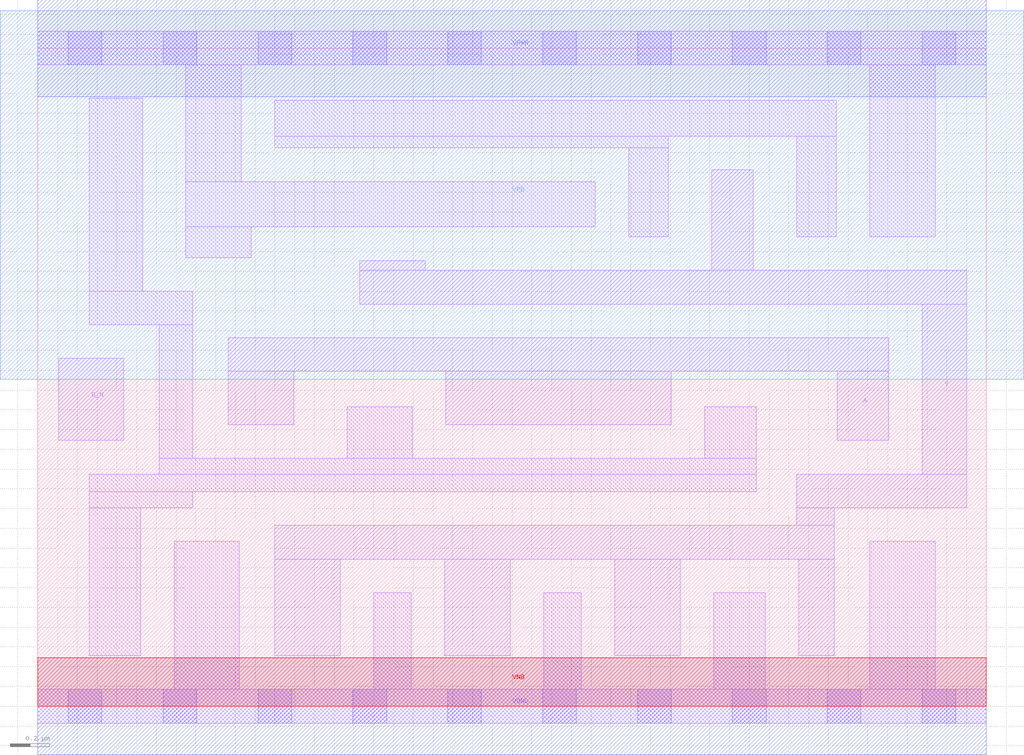
<source format=lef>
# Copyright 2020 The SkyWater PDK Authors
#
# Licensed under the Apache License, Version 2.0 (the "License");
# you may not use this file except in compliance with the License.
# You may obtain a copy of the License at
#
#     https://www.apache.org/licenses/LICENSE-2.0
#
# Unless required by applicable law or agreed to in writing, software
# distributed under the License is distributed on an "AS IS" BASIS,
# WITHOUT WARRANTIES OR CONDITIONS OF ANY KIND, either express or implied.
# See the License for the specific language governing permissions and
# limitations under the License.
#
# SPDX-License-Identifier: Apache-2.0

VERSION 5.7 ;
  NOWIREEXTENSIONATPIN ON ;
  DIVIDERCHAR "/" ;
  BUSBITCHARS "[]" ;
MACRO sky130_fd_sc_lp__nor2b_4
  CLASS CORE ;
  FOREIGN sky130_fd_sc_lp__nor2b_4 ;
  ORIGIN  0.000000  0.000000 ;
  SIZE  4.800000 BY  3.330000 ;
  SYMMETRY X Y R90 ;
  SITE unit ;
  PIN A
    ANTENNAGATEAREA  1.260000 ;
    DIRECTION INPUT ;
    USE SIGNAL ;
    PORT
      LAYER li1 ;
        RECT 0.965000 1.425000 1.295000 1.695000 ;
        RECT 0.965000 1.695000 4.305000 1.865000 ;
        RECT 2.065000 1.425000 3.205000 1.695000 ;
        RECT 4.045000 1.345000 4.305000 1.695000 ;
    END
  END A
  PIN B_N
    ANTENNAGATEAREA  0.315000 ;
    DIRECTION INPUT ;
    USE SIGNAL ;
    PORT
      LAYER li1 ;
        RECT 0.105000 1.345000 0.435000 1.760000 ;
    END
  END B_N
  PIN Y
    ANTENNADIFFAREA  1.646400 ;
    DIRECTION OUTPUT ;
    USE SIGNAL ;
    PORT
      LAYER li1 ;
        RECT 1.200000 0.255000 1.530000 0.745000 ;
        RECT 1.200000 0.745000 4.030000 0.915000 ;
        RECT 1.630000 2.035000 4.700000 2.205000 ;
        RECT 1.630000 2.205000 1.960000 2.255000 ;
        RECT 2.060000 0.255000 2.390000 0.745000 ;
        RECT 2.920000 0.255000 3.250000 0.745000 ;
        RECT 3.410000 2.205000 3.620000 2.715000 ;
        RECT 3.840000 0.915000 4.030000 1.005000 ;
        RECT 3.840000 1.005000 4.700000 1.175000 ;
        RECT 3.850000 0.255000 4.030000 0.745000 ;
        RECT 4.475000 1.175000 4.700000 2.035000 ;
    END
  END Y
  PIN VGND
    DIRECTION INOUT ;
    USE GROUND ;
    PORT
      LAYER met1 ;
        RECT 0.000000 -0.245000 4.800000 0.245000 ;
    END
  END VGND
  PIN VNB
    DIRECTION INOUT ;
    USE GROUND ;
    PORT
      LAYER pwell ;
        RECT 0.000000 0.000000 4.800000 0.245000 ;
    END
  END VNB
  PIN VPB
    DIRECTION INOUT ;
    USE POWER ;
    PORT
      LAYER nwell ;
        RECT -0.190000 1.655000 4.990000 3.520000 ;
    END
  END VPB
  PIN VPWR
    DIRECTION INOUT ;
    USE POWER ;
    PORT
      LAYER met1 ;
        RECT 0.000000 3.085000 4.800000 3.575000 ;
    END
  END VPWR
  OBS
    LAYER li1 ;
      RECT 0.000000 -0.085000 4.800000 0.085000 ;
      RECT 0.000000  3.245000 4.800000 3.415000 ;
      RECT 0.260000  0.255000 0.520000 1.005000 ;
      RECT 0.260000  1.005000 0.785000 1.085000 ;
      RECT 0.260000  1.085000 3.635000 1.175000 ;
      RECT 0.260000  1.930000 0.785000 2.100000 ;
      RECT 0.260000  2.100000 0.530000 3.075000 ;
      RECT 0.615000  1.175000 3.635000 1.255000 ;
      RECT 0.615000  1.255000 0.785000 1.930000 ;
      RECT 0.690000  0.085000 1.020000 0.835000 ;
      RECT 0.750000  2.270000 1.080000 2.425000 ;
      RECT 0.750000  2.425000 2.820000 2.655000 ;
      RECT 0.750000  2.655000 1.030000 3.245000 ;
      RECT 1.200000  2.825000 3.190000 2.885000 ;
      RECT 1.200000  2.885000 4.040000 3.065000 ;
      RECT 1.565000  1.255000 1.895000 1.515000 ;
      RECT 1.700000  0.085000 1.890000 0.575000 ;
      RECT 2.560000  0.085000 2.750000 0.575000 ;
      RECT 2.990000  2.375000 3.190000 2.825000 ;
      RECT 3.375000  1.255000 3.635000 1.515000 ;
      RECT 3.420000  0.085000 3.680000 0.575000 ;
      RECT 3.840000  2.375000 4.040000 2.885000 ;
      RECT 4.210000  0.085000 4.540000 0.835000 ;
      RECT 4.210000  2.375000 4.540000 3.245000 ;
    LAYER mcon ;
      RECT 0.155000 -0.085000 0.325000 0.085000 ;
      RECT 0.155000  3.245000 0.325000 3.415000 ;
      RECT 0.635000 -0.085000 0.805000 0.085000 ;
      RECT 0.635000  3.245000 0.805000 3.415000 ;
      RECT 1.115000 -0.085000 1.285000 0.085000 ;
      RECT 1.115000  3.245000 1.285000 3.415000 ;
      RECT 1.595000 -0.085000 1.765000 0.085000 ;
      RECT 1.595000  3.245000 1.765000 3.415000 ;
      RECT 2.075000 -0.085000 2.245000 0.085000 ;
      RECT 2.075000  3.245000 2.245000 3.415000 ;
      RECT 2.555000 -0.085000 2.725000 0.085000 ;
      RECT 2.555000  3.245000 2.725000 3.415000 ;
      RECT 3.035000 -0.085000 3.205000 0.085000 ;
      RECT 3.035000  3.245000 3.205000 3.415000 ;
      RECT 3.515000 -0.085000 3.685000 0.085000 ;
      RECT 3.515000  3.245000 3.685000 3.415000 ;
      RECT 3.995000 -0.085000 4.165000 0.085000 ;
      RECT 3.995000  3.245000 4.165000 3.415000 ;
      RECT 4.475000 -0.085000 4.645000 0.085000 ;
      RECT 4.475000  3.245000 4.645000 3.415000 ;
  END
END sky130_fd_sc_lp__nor2b_4
END LIBRARY

</source>
